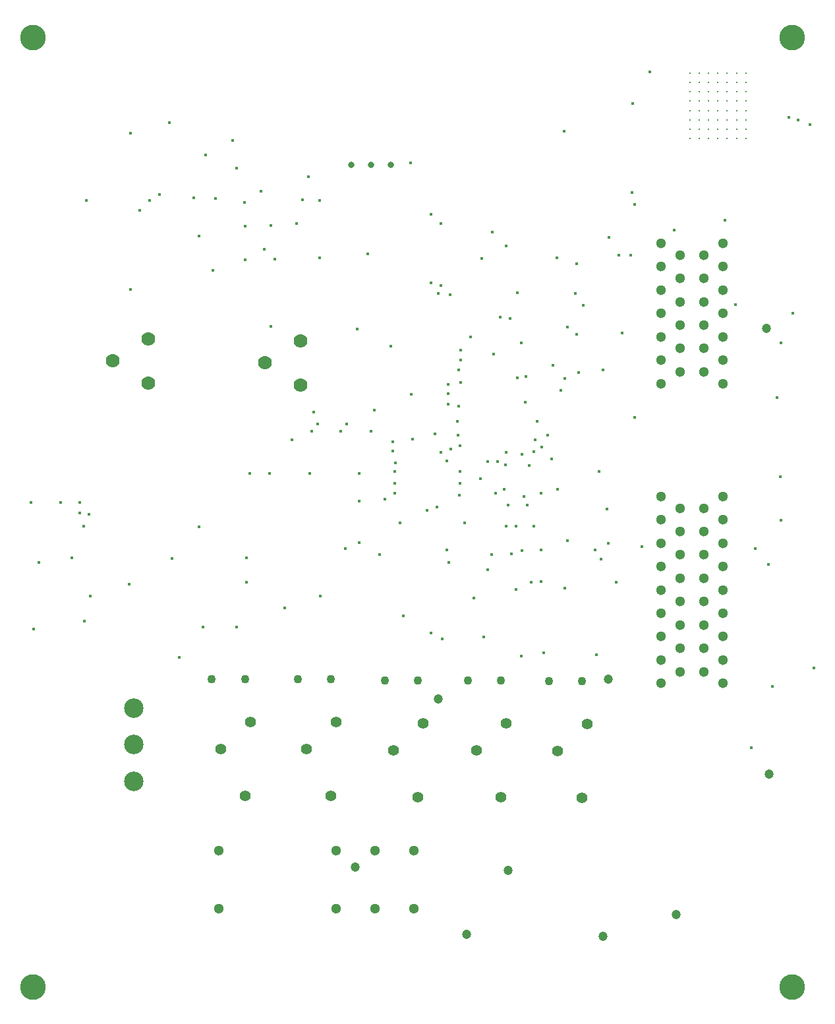
<source format=gbr>
%TF.GenerationSoftware,Altium Limited,Altium Designer,18.1.9 (240)*%
G04 Layer_Color=0*
%FSLAX26Y26*%
%MOIN*%
%TF.FileFunction,Plated,1,2,PTH,Drill*%
%TF.Part,Single*%
G01*
G75*
%TA.AperFunction,ComponentDrill*%
%ADD133C,0.011811*%
%ADD134C,0.098425*%
%ADD135C,0.051181*%
%ADD136C,0.055118*%
%ADD137C,0.043307*%
%ADD138C,0.051181*%
%ADD139C,0.070000*%
%ADD140C,0.070000*%
%ADD141C,0.070000*%
%ADD142C,0.031496*%
%TA.AperFunction,ViaDrill,NotFilled*%
%ADD143C,0.015000*%
%ADD144C,0.047244*%
%ADD145C,0.129921*%
D133*
X11475000Y6160000D02*
D03*
X11522244D02*
D03*
X11569488D02*
D03*
X11616732D02*
D03*
X11427756D02*
D03*
X11380512D02*
D03*
X11333268D02*
D03*
Y6112756D02*
D03*
X11380512D02*
D03*
X11427756D02*
D03*
X11616732D02*
D03*
X11569488D02*
D03*
X11522244D02*
D03*
X11475000D02*
D03*
X11333268Y6065512D02*
D03*
X11380512D02*
D03*
X11427756D02*
D03*
X11616732D02*
D03*
X11569488D02*
D03*
X11522244D02*
D03*
X11475000D02*
D03*
X11333268Y6018268D02*
D03*
X11380512D02*
D03*
X11427756D02*
D03*
X11616732D02*
D03*
X11569488D02*
D03*
X11522244D02*
D03*
X11475000D02*
D03*
X11333268Y6207244D02*
D03*
X11380512D02*
D03*
X11427756D02*
D03*
X11616732D02*
D03*
X11569488D02*
D03*
X11522244D02*
D03*
X11475000D02*
D03*
X11333268Y6254488D02*
D03*
X11380512D02*
D03*
X11427756D02*
D03*
X11616732D02*
D03*
X11569488D02*
D03*
X11522244D02*
D03*
X11475000D02*
D03*
X11333268Y6301732D02*
D03*
X11380512D02*
D03*
X11427756D02*
D03*
X11616732D02*
D03*
X11569488D02*
D03*
X11522244D02*
D03*
X11475000D02*
D03*
X11333268Y6348976D02*
D03*
X11380512D02*
D03*
X11427756D02*
D03*
X11616732D02*
D03*
X11569488D02*
D03*
X11522244D02*
D03*
X11475000D02*
D03*
D134*
X8520000Y2769961D02*
D03*
Y2955000D02*
D03*
Y3140039D02*
D03*
D135*
X8952598Y2420000D02*
D03*
Y2124724D02*
D03*
X9740000D02*
D03*
X9543150D02*
D03*
X9740000Y2420000D02*
D03*
X9543150D02*
D03*
X9936850Y2124724D02*
D03*
Y2420000D02*
D03*
D136*
X9959016Y2688780D02*
D03*
X9984606Y3062795D02*
D03*
X9835000Y2925000D02*
D03*
X9084016Y2695079D02*
D03*
X9109606Y3069094D02*
D03*
X8960000Y2931299D02*
D03*
X10379016Y2688780D02*
D03*
X10404606Y3062795D02*
D03*
X10255000Y2925000D02*
D03*
X9519016Y2695079D02*
D03*
X9544606Y3069094D02*
D03*
X9395000Y2931299D02*
D03*
X10789449Y2685000D02*
D03*
X10815039Y3059016D02*
D03*
X10665433Y2921220D02*
D03*
D137*
X9789724Y3279331D02*
D03*
X9959016D02*
D03*
X8914724Y3285630D02*
D03*
X9084016D02*
D03*
X10209724Y3279331D02*
D03*
X10379016D02*
D03*
X9349724Y3285630D02*
D03*
X9519016D02*
D03*
X10620157Y3275551D02*
D03*
X10789449D02*
D03*
D138*
X11186575Y5488583D02*
D03*
Y5370472D02*
D03*
Y5252362D02*
D03*
Y5134252D02*
D03*
Y5016142D02*
D03*
Y4898032D02*
D03*
Y4779921D02*
D03*
X11285000Y5429528D02*
D03*
Y5311417D02*
D03*
Y5193307D02*
D03*
Y5075197D02*
D03*
Y4957087D02*
D03*
Y4838976D02*
D03*
X11403110Y5429528D02*
D03*
Y5311417D02*
D03*
Y5193307D02*
D03*
Y5075197D02*
D03*
Y4957087D02*
D03*
Y4838976D02*
D03*
X11501535Y5488583D02*
D03*
Y5370472D02*
D03*
Y5252362D02*
D03*
Y5134252D02*
D03*
Y5016142D02*
D03*
Y4898032D02*
D03*
Y4779921D02*
D03*
Y3264173D02*
D03*
Y3382284D02*
D03*
Y3500394D02*
D03*
Y3618504D02*
D03*
Y3736614D02*
D03*
Y3854724D02*
D03*
Y3972835D02*
D03*
Y4090945D02*
D03*
Y4209055D02*
D03*
X11403110Y3323228D02*
D03*
Y3441339D02*
D03*
Y3559449D02*
D03*
Y3677559D02*
D03*
Y3795669D02*
D03*
Y3913780D02*
D03*
Y4031890D02*
D03*
Y4150000D02*
D03*
X11285000Y3323228D02*
D03*
Y3441339D02*
D03*
Y3559449D02*
D03*
Y3677559D02*
D03*
Y3795669D02*
D03*
Y3913780D02*
D03*
Y4031890D02*
D03*
Y4150000D02*
D03*
X11186575Y3264173D02*
D03*
Y3382284D02*
D03*
Y3500394D02*
D03*
Y3618504D02*
D03*
Y3736614D02*
D03*
Y3854724D02*
D03*
Y3972835D02*
D03*
Y4090945D02*
D03*
Y4209055D02*
D03*
D139*
X8593938Y5006380D02*
D03*
X9363938Y4995947D02*
D03*
D140*
X8593938Y4782754D02*
D03*
X9363938Y4772321D02*
D03*
D141*
X8415000Y4894567D02*
D03*
X9185000Y4884134D02*
D03*
D142*
X9820000Y5885000D02*
D03*
X9720000D02*
D03*
X9620000D02*
D03*
D143*
X10290000Y3500000D02*
D03*
X11795000Y4090000D02*
D03*
X10460000Y5240000D02*
D03*
X10760000Y5030000D02*
D03*
X9040000Y3550000D02*
D03*
X11960000Y3342863D02*
D03*
X11645000Y2937018D02*
D03*
X9720000Y4540000D02*
D03*
X9660000Y4325000D02*
D03*
X10715000Y3985000D02*
D03*
X10170000Y4335000D02*
D03*
X10915000Y4143622D02*
D03*
X10025000Y3520000D02*
D03*
X10455000Y3740000D02*
D03*
X10485000Y3935000D02*
D03*
X9285000Y3645000D02*
D03*
X9590834Y3946000D02*
D03*
X10580000Y4225000D02*
D03*
X10430000Y3920000D02*
D03*
X10415000Y4165000D02*
D03*
X10495000Y4210000D02*
D03*
X10395000Y4245000D02*
D03*
X10403287Y4433287D02*
D03*
X9845000Y4380000D02*
D03*
X10125000Y4450000D02*
D03*
X10170000Y4465000D02*
D03*
X10158937Y4590000D02*
D03*
X9930000Y4499488D02*
D03*
X10110000Y4675000D02*
D03*
Y4730000D02*
D03*
X10505000Y4815000D02*
D03*
X10460000Y4810000D02*
D03*
X10640000Y4873346D02*
D03*
X10700000Y4805000D02*
D03*
X10680000Y4745000D02*
D03*
X10615000Y4520000D02*
D03*
X10550000Y4495000D02*
D03*
X10165000Y4850000D02*
D03*
X11795000Y4985000D02*
D03*
X10660000Y5415551D02*
D03*
X9430000Y4635000D02*
D03*
X11130000Y6355000D02*
D03*
X8271083Y3578917D02*
D03*
X11880000Y6111282D02*
D03*
X11940000Y6090000D02*
D03*
X11749944Y3250000D02*
D03*
X10545000Y4435000D02*
D03*
X10485000Y4423347D02*
D03*
X11045000Y6195000D02*
D03*
X11510000Y5605000D02*
D03*
X10925000Y5520000D02*
D03*
X11665000Y3945000D02*
D03*
X11775000Y4710000D02*
D03*
X10960551Y3776654D02*
D03*
X10885000Y3890295D02*
D03*
X10975000Y5430000D02*
D03*
X11855000Y5135000D02*
D03*
X10861803Y3410000D02*
D03*
X10595000Y3420000D02*
D03*
X10080000Y3490000D02*
D03*
X10115000Y3875000D02*
D03*
X10310000Y3840000D02*
D03*
X9660000Y3975000D02*
D03*
Y4186260D02*
D03*
X8247165Y4180000D02*
D03*
X8150000D02*
D03*
X8000984D02*
D03*
X8267165Y4060000D02*
D03*
X8870000Y3550000D02*
D03*
X9410000Y4325000D02*
D03*
X9209449D02*
D03*
X9107439D02*
D03*
X11090000Y3955000D02*
D03*
X10920000Y3972835D02*
D03*
X10045099Y4524901D02*
D03*
X8750000Y3395000D02*
D03*
X8715000Y3896181D02*
D03*
X8850000Y4055000D02*
D03*
X9090000Y3900000D02*
D03*
Y3775000D02*
D03*
X10330000Y3915000D02*
D03*
X10455000Y4060000D02*
D03*
X10855000Y3940000D02*
D03*
X10700000Y3745000D02*
D03*
X10580000Y3780000D02*
D03*
X10530000Y3775000D02*
D03*
X10405355Y4060000D02*
D03*
X10195000Y4074410D02*
D03*
X10055000Y4153937D02*
D03*
X10665000Y4245834D02*
D03*
X10520000Y4365000D02*
D03*
X10755000Y5235000D02*
D03*
X11565000Y5180000D02*
D03*
X11730000Y3864449D02*
D03*
X10795000Y5175000D02*
D03*
X10715000Y5065000D02*
D03*
X10335000Y5545000D02*
D03*
X10405000Y5475000D02*
D03*
X10075000Y4431904D02*
D03*
X9790000Y4195000D02*
D03*
X9765000Y3915000D02*
D03*
X10310000Y4385000D02*
D03*
X10275000Y4300000D02*
D03*
X9830000Y4440000D02*
D03*
Y4485000D02*
D03*
X9566774Y4540000D02*
D03*
X9598856Y4575000D02*
D03*
X9420000Y4540000D02*
D03*
X9450000Y4575000D02*
D03*
X9736575Y4645000D02*
D03*
X9320000Y4494488D02*
D03*
X8300000Y3705000D02*
D03*
X8015000Y3540000D02*
D03*
X10696378Y6055000D02*
D03*
X11835000Y6125000D02*
D03*
X8497165Y3765000D02*
D03*
X8293465Y4120000D02*
D03*
X8247165Y4125000D02*
D03*
X8042165Y3875000D02*
D03*
X8207165Y3900000D02*
D03*
X9885000Y3605000D02*
D03*
X10240000Y3695000D02*
D03*
X10005000Y4140000D02*
D03*
X10350000Y4225000D02*
D03*
X9866732Y4075000D02*
D03*
X9464882Y3705118D02*
D03*
X10560000Y4590000D02*
D03*
X10360000Y4385000D02*
D03*
X10160000Y4520000D02*
D03*
X10175000Y4898032D02*
D03*
X10060000Y5235000D02*
D03*
X10175000Y4950000D02*
D03*
X10225000Y5015000D02*
D03*
X10120000Y5230000D02*
D03*
X9650000Y5055000D02*
D03*
X9820000Y4970000D02*
D03*
X9840000Y4225000D02*
D03*
Y4275000D02*
D03*
Y4335000D02*
D03*
X10510000Y4163937D02*
D03*
X10545000Y4060000D02*
D03*
X11040000Y5745000D02*
D03*
X10025000Y5635000D02*
D03*
Y5290000D02*
D03*
X11055000Y5685000D02*
D03*
X10075000Y5590000D02*
D03*
Y5275000D02*
D03*
X10400000Y4370000D02*
D03*
X10168898Y4215000D02*
D03*
X10170000Y4275000D02*
D03*
X9705000Y5435000D02*
D03*
X10175000Y4785000D02*
D03*
X10165000Y4665000D02*
D03*
X10580000Y3940000D02*
D03*
X10480000Y3401299D02*
D03*
X10280000Y5411496D02*
D03*
X10500000Y4685000D02*
D03*
X9925000Y4725000D02*
D03*
X10110000Y4775000D02*
D03*
X9920000Y5895000D02*
D03*
X11790000Y4310000D02*
D03*
X10990000Y5035000D02*
D03*
X10340000Y4929606D02*
D03*
X10375000Y5115000D02*
D03*
X10635000Y4398978D02*
D03*
X10875000Y4335000D02*
D03*
X11055000Y4610000D02*
D03*
X10895000Y4850000D02*
D03*
X10105000Y4390000D02*
D03*
X11035000Y5430000D02*
D03*
X11255000Y5555000D02*
D03*
X10760000Y5385000D02*
D03*
X10770000Y4835000D02*
D03*
X10480000Y4985000D02*
D03*
X10425000Y5110000D02*
D03*
X10105000Y3940000D02*
D03*
X10585000Y4460000D02*
D03*
X8505000Y5255000D02*
D03*
X9215000Y5070000D02*
D03*
X9405000Y5825000D02*
D03*
X9020000Y6007283D02*
D03*
X8825000Y5720000D02*
D03*
X8600000Y5705551D02*
D03*
X8935000Y5715000D02*
D03*
X8280000Y5705000D02*
D03*
X8550000Y5654153D02*
D03*
X9460551Y5415551D02*
D03*
Y5705551D02*
D03*
X9235000Y5410000D02*
D03*
X8885000Y5935000D02*
D03*
X8505000Y6045000D02*
D03*
X8700000Y6100000D02*
D03*
X9085000Y5404449D02*
D03*
X8920000Y5352106D02*
D03*
X9345000Y5590000D02*
D03*
X9180000Y5460000D02*
D03*
X9040000Y5870000D02*
D03*
X9080157Y5694842D02*
D03*
X9375000Y5710000D02*
D03*
X9215000Y5580000D02*
D03*
X9165000Y5750276D02*
D03*
X8650000Y5735000D02*
D03*
X8850000Y5525000D02*
D03*
X9085000Y5575551D02*
D03*
D144*
X10205000Y1995000D02*
D03*
X9640000Y2335000D02*
D03*
X11735000Y2805000D02*
D03*
X10920000Y3284449D02*
D03*
X10415000Y2320000D02*
D03*
X10895000Y1985000D02*
D03*
X11265000Y2095000D02*
D03*
X11720000Y5060000D02*
D03*
X10060000Y3185000D02*
D03*
D145*
X11850000Y6530000D02*
D03*
X8010000D02*
D03*
Y1730000D02*
D03*
X11850000D02*
D03*
%TF.MD5,a7e90accbf4690bda19754b21f2025b7*%
M02*

</source>
